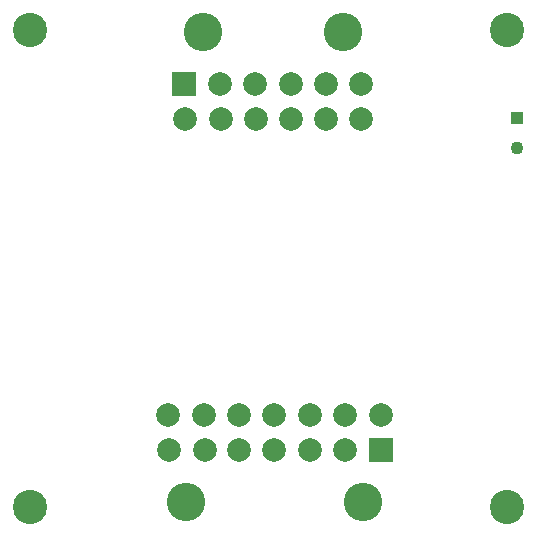
<source format=gbs>
G04*
G04 #@! TF.GenerationSoftware,Altium Limited,Altium Designer,19.1.7 (138)*
G04*
G04 Layer_Color=16711935*
%FSLAX25Y25*%
%MOIN*%
G70*
G01*
G75*
%ADD17C,0.12800*%
%ADD18C,0.07887*%
%ADD19R,0.07887X0.07887*%
%ADD20C,0.04343*%
%ADD21R,0.04343X0.04343*%
%ADD22C,0.11430*%
D17*
X63874Y13620D02*
D03*
X122774D02*
D03*
X116142Y170079D02*
D03*
X69342D02*
D03*
D18*
X128740Y42520D02*
D03*
X116929Y30709D02*
D03*
X81496D02*
D03*
X105118Y42520D02*
D03*
X70079Y30709D02*
D03*
X58268D02*
D03*
X57874Y42520D02*
D03*
X116929D02*
D03*
X93307D02*
D03*
X81496D02*
D03*
X69685D02*
D03*
X93307Y30709D02*
D03*
X105118D02*
D03*
X122297Y141168D02*
D03*
X75546Y141268D02*
D03*
X98675Y141168D02*
D03*
X110486Y152979D02*
D03*
X87257Y141168D02*
D03*
X63635D02*
D03*
X122297Y152979D02*
D03*
X98675D02*
D03*
X86864D02*
D03*
X75053D02*
D03*
X110486Y141168D02*
D03*
D19*
X128774Y30720D02*
D03*
X63242Y152979D02*
D03*
D20*
X174016Y131496D02*
D03*
D21*
Y141339D02*
D03*
D22*
X11811Y170866D02*
D03*
Y11811D02*
D03*
X170866D02*
D03*
Y170866D02*
D03*
M02*

</source>
